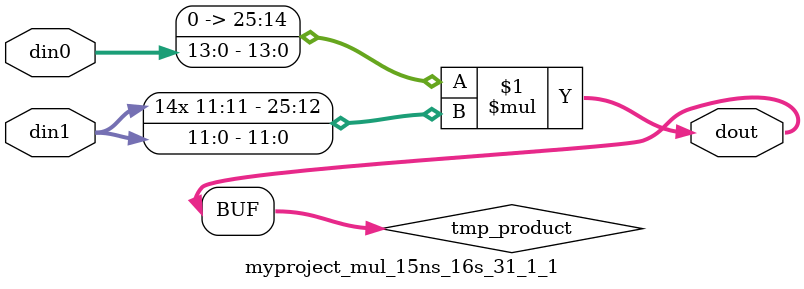
<source format=v>

`timescale 1 ns / 1 ps

  module myproject_mul_15ns_16s_31_1_1(din0, din1, dout);
parameter ID = 1;
parameter NUM_STAGE = 0;
parameter din0_WIDTH = 14;
parameter din1_WIDTH = 12;
parameter dout_WIDTH = 26;

input [din0_WIDTH - 1 : 0] din0; 
input [din1_WIDTH - 1 : 0] din1; 
output [dout_WIDTH - 1 : 0] dout;

wire signed [dout_WIDTH - 1 : 0] tmp_product;











assign tmp_product = $signed({1'b0, din0}) * $signed(din1);










assign dout = tmp_product;







endmodule

</source>
